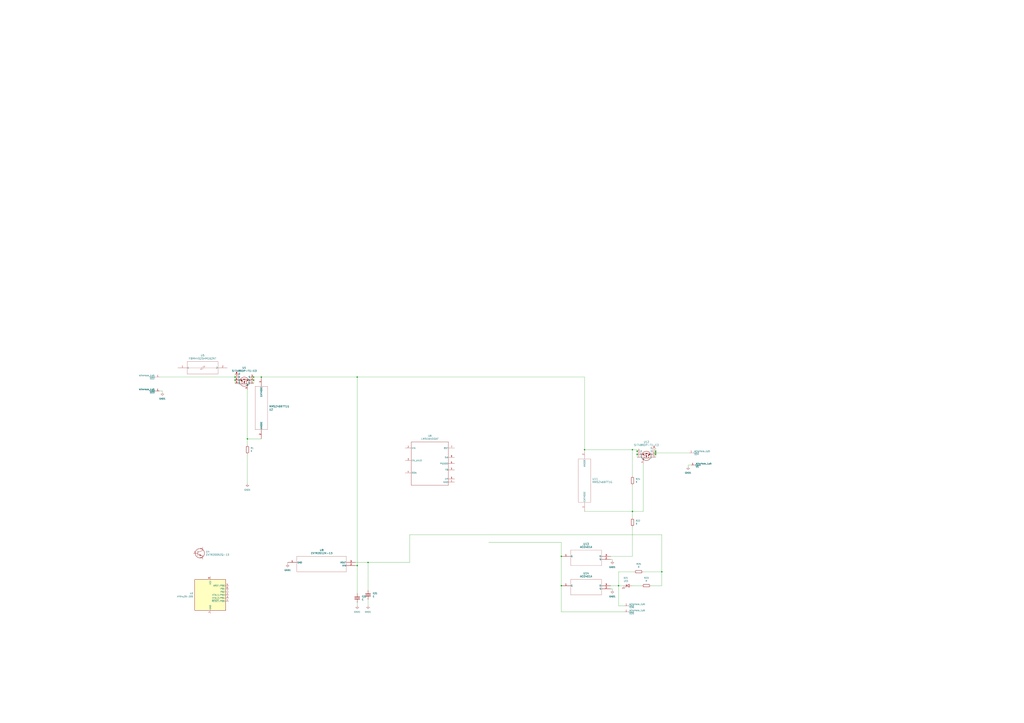
<source format=kicad_sch>
(kicad_sch (version 20230121) (generator eeschema)
  (paper "A1")
  (lib_symbols
    (symbol "AO3401A:AO3401A" (pin_names (offset 0.254))
      (property "Reference" "U" (at 20.32 10.16 0))
      (property "Value" "AO3401A" (at 20.32 7.62 0))
      (symbol "AO3401A_0_1"
        (polyline (pts (xy 7.62 -7.62) (xy 33.02 -7.62)) (stroke (width 0.127)))
        (polyline (pts (xy 7.62 5.08) (xy 7.62 -7.62)) (stroke (width 0.127)))
        (polyline (pts (xy 33.02 -7.62) (xy 33.02 5.08)) (stroke (width 0.127)))
        (polyline (pts (xy 33.02 5.08) (xy 7.62 5.08)) (stroke (width 0.127)))
        (pin unspecified line (at 0 0 0) (length 7.62) (name "G") (number "1"))
        (pin unspecified line (at 40.64 -2.54 180) (length 7.62) (name "S") (number "2"))
        (pin unspecified line (at 40.64 0 180) (length 7.62) (name "D") (number "3"))
      )
    )
    (symbol "Connectors_for_Wire:WireHole_1p5"
      (property "Reference" "D" (at 0 -1.27 0))
      (property "Value" "WireHole_1p5" (at 0 1.27 0))
      (symbol "WireHole_1p5_1_0"
        (pin bidirectional line (at 0 0 0) (length 2.54) (name "Conn") (number "1"))
      )
    )
    (symbol "Device:C" (pin_numbers hide) (pin_names (offset 0.254))
      (property "Reference" "C" (at 0.635 2.54 0))
      (property "Value" "C" (at 0.635 -2.54 0))
      (symbol "C_0_1"
        (polyline (pts (xy -2.032 -0.762) (xy 2.032 -0.762)) (stroke (width 0.508)))
        (polyline (pts (xy -2.032 0.762) (xy 2.032 0.762)) (stroke (width 0.508)))
      )
      (symbol "C_1_1"
        (pin passive line (at 0 3.81 270) (length 2.794) (name "~") (number "1"))
        (pin passive line (at 0 -3.81 90) (length 2.794) (name "~") (number "2"))
      )
    )
    (symbol "Device:LED" (pin_numbers hide) (pin_names (offset 1.016) hide)
      (property "Reference" "D" (at 0 2.54 0))
      (property "Value" "LED" (at 0 -2.54 0))
      (symbol "LED_0_1"
        (polyline (pts (xy -1.27 -1.27) (xy -1.27 1.27)) (stroke (width 0.254)))
        (polyline (pts (xy -1.27 0) (xy 1.27 0)))
        (polyline (pts (xy 1.27 -1.27) (xy 1.27 1.27) (xy -1.27 0) (xy 1.27 -1.27)) (stroke (width 0.254)))
        (polyline (pts (xy -3.048 -0.762) (xy -4.572 -2.286) (xy -3.81 -2.286) (xy -4.572 -2.286) (xy -4.572 -1.524)))
        (polyline (pts (xy -1.778 -0.762) (xy -3.302 -2.286) (xy -2.54 -2.286) (xy -3.302 -2.286) (xy -3.302 -1.524)))
      )
      (symbol "LED_1_1"
        (pin passive line (at -3.81 0 0) (length 2.54) (name "K") (number "1"))
        (pin passive line (at 3.81 0 180) (length 2.54) (name "A") (number "2"))
      )
    )
    (symbol "Device:R" (pin_numbers hide) (pin_names (offset 0))
      (property "Reference" "R" (at 2.032 0 90))
      (property "Value" "R" (at 0 0 90))
      (symbol "R_0_1"
        (rectangle (start -1.016 -2.54) (end 1.016 2.54) (stroke (width 0.254)))
      )
      (symbol "R_1_1"
        (pin passive line (at 0 3.81 270) (length 1.27) (name "~") (number "1"))
        (pin passive line (at 0 -3.81 90) (length 1.27) (name "~") (number "2"))
      )
    )
    (symbol "FBMH4525HM162NT:FBMH4525HM162NT" (pin_names (offset 0.254))
      (property "Reference" "U" (at 20.32 10.16 0))
      (property "Value" "FBMH4525HM162NT" (at 20.32 7.62 0))
      (symbol "FBMH4525HM162NT_0_1"
        (polyline (pts (xy 7.62 -5.08) (xy 33.02 -5.08)) (stroke (width 0.127)))
        (polyline (pts (xy 7.62 0) (xy 19.812 0)) (stroke (width 0.127)))
        (polyline (pts (xy 7.62 5.08) (xy 7.62 -5.08)) (stroke (width 0.127)))
        (polyline (pts (xy 18.542 -1.27) (xy 21.082 1.27)) (stroke (width 0.127)))
        (polyline (pts (xy 19.812 -1.27) (xy 18.542 -1.27)) (stroke (width 0.127)))
        (polyline (pts (xy 21.082 0) (xy 33.02 0)) (stroke (width 0.127)))
        (polyline (pts (xy 22.352 1.27) (xy 19.812 -1.27)) (stroke (width 0.127)))
        (polyline (pts (xy 22.352 1.27) (xy 21.082 1.27)) (stroke (width 0.127)))
        (polyline (pts (xy 33.02 -5.08) (xy 33.02 5.08)) (stroke (width 0.127)))
        (polyline (pts (xy 33.02 5.08) (xy 7.62 5.08)) (stroke (width 0.127)))
        (pin unspecified line (at 0 0 0) (length 7.62) (name "1") (number "1"))
        (pin unspecified line (at 40.64 0 180) (length 7.62) (name "2") (number "2"))
      )
    )
    (symbol "LM5164DDAT:LM5164DDAT" (pin_names (offset 0.254))
      (property "Reference" "U" (at 0 2.54 0))
      (property "Value" "LM5164DDAT" (at 0 0 0))
      (symbol "LM5164DDAT_0_1"
        (polyline (pts (xy 5.08 -30.48) (xy 35.56 -30.48)) (stroke (width 0.2032)))
        (polyline (pts (xy 5.08 5.08) (xy 5.08 -30.48)) (stroke (width 0.2032)))
        (polyline (pts (xy 35.56 -30.48) (xy 35.56 5.08)) (stroke (width 0.2032)))
        (polyline (pts (xy 35.56 5.08) (xy 5.08 5.08)) (stroke (width 0.2032)))
        (pin power_in line (at 40.64 -27.94 180) (length 5.08) (name "GND") (number "1"))
        (pin power_in line (at 0 0 0) (length 5.08) (name "VIN") (number "2"))
        (pin input line (at 0 -10.16 0) (length 5.08) (name "EN_UVLO") (number "3"))
        (pin unspecified line (at 0 -20.32 0) (length 5.08) (name "RON") (number "4"))
        (pin unspecified line (at 40.64 -17.78 180) (length 5.08) (name "FB") (number "5"))
        (pin open_collector line (at 40.64 -12.7 180) (length 5.08) (name "PGOOD") (number "6"))
        (pin unspecified line (at 40.64 0 180) (length 5.08) (name "BST") (number "7"))
        (pin unspecified line (at 40.64 -7.62 180) (length 5.08) (name "SW") (number "8"))
        (pin unspecified line (at 40.64 -25.4 180) (length 5.08) (name "EP") (number "9"))
      )
    )
    (symbol "MCU_Microchip_ATtiny:ATtiny25-20S"
      (property "Reference" "U" (at -12.7 13.97 0))
      (property "Value" "ATtiny25-20S" (at 2.54 -13.97 0))
      (symbol "ATtiny25-20S_0_1"
        (rectangle (start -12.7 -12.7) (end 12.7 12.7) (stroke (width 0.254)) (fill (type background)))
      )
      (symbol "ATtiny25-20S_1_1"
        (pin bidirectional line (at 15.24 -5.08 180) (length 2.54) (name "~{RESET}/PB5") (number "1"))
        (pin bidirectional line (at 15.24 0 180) (length 2.54) (name "XTAL1/PB3") (number "2"))
        (pin bidirectional line (at 15.24 -2.54 180) (length 2.54) (name "XTAL2/PB4") (number "3"))
        (pin power_in line (at 0 -15.24 90) (length 2.54) (name "GND") (number "4"))
        (pin bidirectional line (at 15.24 7.62 180) (length 2.54) (name "AREF/PB0") (number "5"))
        (pin bidirectional line (at 15.24 5.08 180) (length 2.54) (name "PB1") (number "6"))
        (pin bidirectional line (at 15.24 2.54 180) (length 2.54) (name "PB2") (number "7"))
        (pin power_in line (at 0 15.24 270) (length 2.54) (name "VCC") (number "8"))
      )
    )
    (symbol "MMSZ4697T1G:MMSZ4697T1G" (pin_names (offset 0.254))
      (property "Reference" "U" (at 25.4 10.16 0))
      (property "Value" "MMSZ4697T1G" (at 25.4 7.62 0))
      (symbol "MMSZ4697T1G_0_1"
        (polyline (pts (xy 7.62 -5.08) (xy 43.18 -5.08)) (stroke (width 0.127)))
        (polyline (pts (xy 7.62 5.08) (xy 7.62 -5.08)) (stroke (width 0.127)))
        (polyline (pts (xy 43.18 -5.08) (xy 43.18 5.08)) (stroke (width 0.127)))
        (polyline (pts (xy 43.18 5.08) (xy 7.62 5.08)) (stroke (width 0.127)))
        (pin unspecified line (at 0 0 0) (length 7.62) (name "CATHODE") (number "1"))
        (pin unspecified line (at 50.8 0 180) (length 7.62) (name "ANODE") (number "2"))
      )
    )
    (symbol "SI7489DP:SI7489DP-T1-E3" (pin_names (offset 0.254))
      (property "Reference" "U" (at 11.43 -0.635 0))
      (property "Value" "SI7489DP-T1-E3" (at 11.43 -5.08 0))
      (symbol "SI7489DP-T1-E3_0_1"
        (polyline (pts (xy 2.54 0) (xy 4.445 0)) (stroke (width 0.2032)))
        (polyline (pts (xy 4.445 -5.08) (xy 4.445 0)) (stroke (width 0.2032)))
        (polyline (pts (xy 5.08 -7.62) (xy 12.7 -7.62)) (stroke (width 0.127)))
        (polyline (pts (xy 5.08 -5.08) (xy 5.08 -3.81)) (stroke (width 0.2032)))
        (polyline (pts (xy 5.08 -4.445) (xy 6.985 -4.445)) (stroke (width 0.2032)))
        (polyline (pts (xy 5.08 -3.175) (xy 5.08 -1.905)) (stroke (width 0.2032)))
        (polyline (pts (xy 5.08 -1.27) (xy 5.08 0)) (stroke (width 0.2032)))
        (polyline (pts (xy 5.08 -0.635) (xy 6.985 -0.635)) (stroke (width 0.2032)))
        (polyline (pts (xy 5.08 2.54) (xy 10.16 2.54)) (stroke (width 0.127)))
        (polyline (pts (xy 5.715 -2.54) (xy 5.08 -2.54)) (stroke (width 0.2032)))
        (polyline (pts (xy 6.985 -5.08) (xy 8.255 -5.08)) (stroke (width 0.2032)))
        (polyline (pts (xy 6.985 -4.445) (xy 6.985 -5.08)) (stroke (width 0.127)))
        (polyline (pts (xy 6.985 -0.635) (xy 6.985 -2.54)) (stroke (width 0.2032)))
        (polyline (pts (xy 6.985 -0.635) (xy 6.985 0)) (stroke (width 0.2032)))
        (polyline (pts (xy 6.985 0) (xy 8.255 0)) (stroke (width 0.2032)))
        (polyline (pts (xy 7.62 -7.62) (xy 7.62 -5.08)) (stroke (width 0.127)))
        (polyline (pts (xy 7.62 2.54) (xy 7.6454 0)) (stroke (width 0.127)))
        (polyline (pts (xy 8.255 -5.08) (xy 8.255 -3.175)) (stroke (width 0.2032)))
        (polyline (pts (xy 8.255 -1.905) (xy 8.255 0)) (stroke (width 0.2032)))
        (polyline (pts (xy 8.89 -1.905) (xy 7.62 -1.905)) (stroke (width 0.2032)))
        (polyline (pts (xy 5.715 -3.175) (xy 6.985 -2.54) (xy 5.715 -1.905)) (stroke (width 0.0254)) (fill (type outline)))
        (polyline (pts (xy 8.89 -3.175) (xy 7.62 -3.175) (xy 8.255 -1.905)) (stroke (width 0.0254)) (fill (type outline)))
        (circle (center 6.35 -2.54) (radius 3.81) (stroke (width 0.254)))
        (circle (center 6.985 -4.445) (radius 0.0254) (stroke (width 0.508)))
        (circle (center 7.62 -5.08) (radius 0.0254) (stroke (width 0.508)))
        (circle (center 7.62 0) (radius 0.0254) (stroke (width 0.508)))
        (pin unspecified line (at 5.08 5.08 270) (length 2.54) (name "S") (number "1"))
        (pin unspecified line (at 7.62 5.08 270) (length 2.54) (name "S") (number "2"))
        (pin unspecified line (at 10.16 5.08 270) (length 2.54) (name "S") (number "3"))
        (pin unspecified line (at 0 0 0) (length 2.54) (name "G") (number "4"))
        (pin unspecified line (at 5.08 -10.16 90) (length 2.54) (name "D") (number "5"))
        (pin unspecified line (at 7.62 -10.16 90) (length 2.54) (name "D") (number "6"))
        (pin unspecified line (at 10.16 -10.16 90) (length 2.54) (name "D") (number "7"))
        (pin unspecified line (at 12.7 -10.16 90) (length 2.54) (name "D") (number "8"))
      )
    )
    (symbol "ZXTR2005ZQ:ZXTR2005ZQ-13" (pin_names (offset 0.254))
      (property "Reference" "U" (at 10.16 2.54 0))
      (property "Value" "ZXTR2005ZQ-13" (at 10.16 -2.54 0))
      (symbol "ZXTR2005ZQ-13_0_1"
        (polyline (pts (xy 2.54 0) (xy 3.81 0)) (stroke (width 0.2032)))
        (polyline (pts (xy 3.81 -2.2098) (xy 3.81 2.2098)) (stroke (width 0.2032)))
        (polyline (pts (xy 3.81 -0.9398) (xy 7.62 -2.2098)) (stroke (width 0.2032)))
        (polyline (pts (xy 3.81 0.9398) (xy 7.62 2.2098)) (stroke (width 0.2032)))
        (polyline (pts (xy 7.62 -2.54) (xy 7.62 -2.2098)) (stroke (width 0.2032)))
        (polyline (pts (xy 7.62 2.2098) (xy 7.62 2.54)) (stroke (width 0.2032)))
        (polyline (pts (xy 5.3848 -0.9398) (xy 5.08 -1.905) (xy 6.6548 -1.905)) (stroke (width 0.0254)) (fill (type outline)))
        (circle (center 5.3848 0) (radius 3.81) (stroke (width 0.254)))
        (pin unspecified line (at 0 0 0) (length 2.54) (name "") (number "1"))
        (pin unspecified line (at 7.62 5.08 270) (length 2.54) (name "") (number "2"))
        (pin unspecified line (at 7.62 -5.08 90) (length 2.54) (name "") (number "3"))
      )
    )
    (symbol "ZXTR2012K:ZXTR2012K-13" (pin_names (offset 0.254))
      (property "Reference" "U" (at 27.94 10.16 0))
      (property "Value" "ZXTR2012K-13" (at 27.94 7.62 0))
      (symbol "ZXTR2012K-13_0_1"
        (polyline (pts (xy 7.62 -7.62) (xy 48.26 -7.62)) (stroke (width 0.127)))
        (polyline (pts (xy 7.62 5.08) (xy 7.62 -7.62)) (stroke (width 0.127)))
        (polyline (pts (xy 48.26 -7.62) (xy 48.26 5.08)) (stroke (width 0.127)))
        (polyline (pts (xy 48.26 5.08) (xy 7.62 5.08)) (stroke (width 0.127)))
        (pin power_in line (at 0 0 0) (length 7.62) (name "GND") (number "1"))
        (pin input line (at 55.88 -2.54 180) (length 7.62) (name "VIN") (number "2"))
        (pin output line (at 55.88 0 180) (length 7.62) (name "VOUT") (number "3"))
      )
    )
    (symbol "power:GND1" (power) (pin_names (offset 0))
      (property "Value" "GND1" (at 0 -3.81 0))
      (symbol "GND1_0_1"
        (polyline (pts (xy 0 0) (xy 0 -1.27) (xy 1.27 -1.27) (xy 0 -2.54) (xy -1.27 -1.27) (xy 0 -1.27)))
      )
      (symbol "GND1_1_1"
        (pin power_in line (at 0 0 270) (length 0) hide (name "GND1") (number "1"))
      )
    )
  )
  (junction (at 208.28 312.42))
  (junction (at 543.56 469.9))
  (junction (at 461.01 481.33))
  (junction (at 523.24 373.38))
  (junction (at 519.43 420.37))
  (junction (at 193.04 309.88))
  (junction (at 538.48 370.84))
  (junction (at 508 481.33))
  (junction (at 302.26 462.28))
  (junction (at 208.28 309.88))
  (junction (at 193.04 312.42))
  (junction (at 293.37 464.82))
  (junction (at 293.37 309.88))
  (junction (at 214.63 309.88))
  (junction (at 461.01 457.2))
  (junction (at 538.48 373.38))
  (junction (at 203.2 360.68))
  (junction (at 480.06 369.57))
  (junction (at 523.24 370.84))
  (junction (at 538.48 372.11))
  (junction (at 519.43 369.57))
  (wire (pts (xy 523.24 373.38) (xy 523.24 375.92)))
  (wire (pts (xy 519.43 369.57) (xy 519.43 391.16)))
  (wire (pts (xy 336.55 439.42) (xy 543.56 439.42)))
  (wire (pts (xy 501.65 457.2) (xy 519.43 457.2)))
  (wire (pts (xy 538.48 368.3) (xy 538.48 370.84)))
  (wire (pts (xy 293.37 464.82) (xy 292.1 464.82)))
  (wire (pts (xy 538.48 370.84) (xy 538.48 372.11)))
  (wire (pts (xy 513.08 497.84) (xy 508 497.84)))
  (wire (pts (xy 293.37 309.88) (xy 293.37 464.82)))
  (wire (pts (xy 519.43 369.57) (xy 523.24 369.57)))
  (wire (pts (xy 208.28 309.88) (xy 208.28 312.42)))
  (wire (pts (xy 214.63 309.88) (xy 293.37 309.88)))
  (wire (pts (xy 302.26 462.28) (xy 292.1 462.28)))
  (wire (pts (xy 302.26 485.14) (xy 302.26 462.28)))
  (wire (pts (xy 133.35 321.31) (xy 133.35 322.58)))
  (wire (pts (xy 130.81 321.31) (xy 133.35 321.31)))
  (wire (pts (xy 480.06 420.37) (xy 519.43 420.37)))
  (wire (pts (xy 203.2 360.68) (xy 214.63 360.68)))
  (wire (pts (xy 528.32 420.37) (xy 528.32 381)))
  (wire (pts (xy 501.65 483.87) (xy 502.92 483.87)))
  (wire (pts (xy 302.26 492.76) (xy 302.26 497.84)))
  (wire (pts (xy 401.32 445.77) (xy 461.01 445.77)))
  (wire (pts (xy 480.06 369.57) (xy 519.43 369.57)))
  (wire (pts (xy 528.32 469.9) (xy 543.56 469.9)))
  (wire (pts (xy 293.37 309.88) (xy 480.06 309.88)))
  (wire (pts (xy 508 481.33) (xy 511.81 481.33)))
  (wire (pts (xy 501.65 481.33) (xy 508 481.33)))
  (wire (pts (xy 519.43 398.78) (xy 519.43 420.37)))
  (wire (pts (xy 203.2 373.38) (xy 203.2 397.51)))
  (wire (pts (xy 534.67 481.33) (xy 543.56 481.33)))
  (wire (pts (xy 538.48 373.38) (xy 538.48 375.92)))
  (wire (pts (xy 461.01 502.92) (xy 461.01 481.33)))
  (wire (pts (xy 193.04 307.34) (xy 193.04 309.88)))
  (wire (pts (xy 538.48 372.11) (xy 538.48 373.38)))
  (wire (pts (xy 193.04 309.88) (xy 193.04 312.42)))
  (wire (pts (xy 502.92 483.87) (xy 502.92 485.14)))
  (wire (pts (xy 203.2 320.04) (xy 203.2 360.68)))
  (wire (pts (xy 523.24 369.57) (xy 523.24 370.84)))
  (wire (pts (xy 193.04 309.88) (xy 130.81 309.88)))
  (wire (pts (xy 519.43 481.33) (xy 527.05 481.33)))
  (wire (pts (xy 208.28 312.42) (xy 208.28 314.96)))
  (wire (pts (xy 336.55 462.28) (xy 336.55 439.42)))
  (wire (pts (xy 193.04 312.42) (xy 193.04 314.96)))
  (wire (pts (xy 543.56 469.9) (xy 543.56 439.42)))
  (wire (pts (xy 480.06 309.88) (xy 480.06 369.57)))
  (wire (pts (xy 502.92 459.74) (xy 502.92 461.01)))
  (wire (pts (xy 519.43 433.07) (xy 519.43 457.2)))
  (wire (pts (xy 538.48 372.11) (xy 566.42 372.11)))
  (wire (pts (xy 203.2 360.68) (xy 203.2 365.76)))
  (wire (pts (xy 567.69 382.27) (xy 565.15 382.27)))
  (wire (pts (xy 236.22 462.28) (xy 236.22 463.55)))
  (wire (pts (xy 565.15 382.27) (xy 565.15 383.54)))
  (wire (pts (xy 513.08 502.92) (xy 461.01 502.92)))
  (wire (pts (xy 519.43 420.37) (xy 528.32 420.37)))
  (wire (pts (xy 461.01 445.77) (xy 461.01 457.2)))
  (wire (pts (xy 523.24 370.84) (xy 523.24 373.38)))
  (wire (pts (xy 302.26 462.28) (xy 336.55 462.28)))
  (wire (pts (xy 508 481.33) (xy 508 497.84)))
  (wire (pts (xy 293.37 495.3) (xy 293.37 497.84)))
  (wire (pts (xy 501.65 459.74) (xy 502.92 459.74)))
  (wire (pts (xy 543.56 481.33) (xy 543.56 469.9)))
  (wire (pts (xy 520.7 469.9) (xy 508 469.9)))
  (wire (pts (xy 461.01 457.2) (xy 461.01 481.33)))
  (wire (pts (xy 519.43 420.37) (xy 519.43 425.45)))
  (wire (pts (xy 508 469.9) (xy 508 481.33)))
  (wire (pts (xy 208.28 309.88) (xy 214.63 309.88)))
  (wire (pts (xy 293.37 464.82) (xy 293.37 487.68)))
  (symbol (lib_id "AO3401A:AO3401A") (at 461.01 457.2 0) (unit 1)
    (property "Reference" "U13" (at 481.33 447.04 0) (effects (font (size 1.524 1.524))))
    (property "Value" "AO3401A" (at 481.33 449.58 0) (effects (font (size 1.524 1.524))))
    (property "Footprint" "ul_AO3401A:SOT-23-3L_AOS" (effects hide))
    (property "Datasheet" "AO3401A" (effects hide))
  )
  (symbol (lib_id "Device:R") (at 530.86 481.33 90) (unit 1)
    (property "Reference" "R23" (at 530.86 474.98 90))
    (property "Value" "R" (at 530.86 477.52 90))
    (property "Footprint" "Resistor_SMD:R_0603_1608Metric_Pad0.98x0.95mm_HandSolder" (effects hide))
  )
  (symbol (lib_id "Device:C") (at 293.37 491.49 0) (unit 1)
    (property "Reference" "C22" (at 297.18 490.22 0) (effects (justify left)))
    (property "Value" "C" (at 297.18 492.76 0) (effects (justify left)))
    (property "Footprint" "Capacitor_SMD:C_0603_1608Metric_Pad1.08x0.95mm_HandSolder" (effects hide))
  )
  (symbol (lib_id "MMSZ4697T1G:MMSZ4697T1G") (at 214.63 309.88 90) (mirror x) (unit 1)
    (property "Reference" "U2" (at 220.98 336.55 90) (effects (font (size 1.524 1.524)) (justify right)))
    (property "Value" "MMSZ4697T1G" (at 220.98 334.01 90) (effects (font (size 1.524 1.524)) (justify right)))
    (property "Footprint" "ul_MMSZ4697T1G:SOD-123_ONS" (effects hide))
    (property "Datasheet" "MMSZ4697T1G" (effects hide))
  )
  (symbol (lib_id "Device:R") (at 203.2 369.57 0) (unit 1)
    (property "Reference" "R1" (at 205.74 368.3 0) (effects (justify left)))
    (property "Value" "R" (at 205.74 370.84 0) (effects (justify left)))
    (property "Footprint" "Resistor_SMD:R_0603_1608Metric_Pad0.98x0.95mm_HandSolder" (effects hide))
  )
  (symbol (lib_id "power:GND1") (at 236.22 463.55 0) (unit 1)
    (property "Reference" "#PWR01" (effects hide))
    (property "Value" "GND1" (at 236.22 468.63 0))
  )
  (symbol (lib_id "Device:R") (at 519.43 429.26 0) (unit 1)
    (property "Reference" "R22" (at 521.97 427.99 0) (effects (justify left)))
    (property "Value" "R" (at 521.97 430.53 0) (effects (justify left)))
    (property "Footprint" "Resistor_SMD:R_0603_1608Metric_Pad0.98x0.95mm_HandSolder" (effects hide))
  )
  (symbol (lib_id "Connectors_for_Wire:WireHole_1p5") (at 567.69 382.27 0) (mirror x) (unit 1)
    (property "Reference" "D1" (at 571.5 383.5401 0) (effects (justify left)))
    (property "Value" "WireHole_1p5" (at 571.5 381.0001 0) (effects (justify left)))
    (property "Footprint" "Wire_holes:WireHole_1p2" (effects hide))
  )
  (symbol (lib_id "Connectors_for_Wire:WireHole_1p5") (at 513.08 502.92 0) (mirror x) (unit 1)
    (property "Reference" "D25" (at 516.89 504.1901 0) (effects (justify left)))
    (property "Value" "WireHole_1p5" (at 516.89 501.6501 0) (effects (justify left)))
    (property "Footprint" "Wire_holes:WireHole_1p2" (effects hide))
  )
  (symbol (lib_id "MMSZ4697T1G:MMSZ4697T1G") (at 480.06 420.37 90) (unit 1)
    (property "Reference" "U11" (at 486.41 393.7 90) (effects (font (size 1.524 1.524)) (justify right)))
    (property "Value" "MMSZ4697T1G" (at 486.41 396.24 90) (effects (font (size 1.524 1.524)) (justify right)))
    (property "Footprint" "ul_MMSZ4697T1G:SOD-123_ONS" (effects hide))
    (property "Datasheet" "MMSZ4697T1G" (effects hide))
  )
  (symbol (lib_id "Connectors_for_Wire:WireHole_1p5") (at 130.81 309.88 180) (unit 1)
    (property "Reference" "D22" (at 127 311.1501 0) (effects (justify left)))
    (property "Value" "WireHole_1p5" (at 127 308.6101 0) (effects (justify left)))
    (property "Footprint" "Wire_holes:WireHole_1p2" (effects hide))
  )
  (symbol (lib_id "power:GND1") (at 502.92 485.14 0) (mirror y) (unit 1)
    (property "Reference" "#PWR011" (effects hide))
    (property "Value" "GND1" (at 502.92 490.22 0))
  )
  (symbol (lib_id "Device:R") (at 519.43 394.97 0) (unit 1)
    (property "Reference" "R24" (at 521.97 393.7 0) (effects (justify left)))
    (property "Value" "R" (at 521.97 396.24 0) (effects (justify left)))
    (property "Footprint" "Resistor_SMD:R_0603_1608Metric_Pad0.98x0.95mm_HandSolder" (effects hide))
  )
  (symbol (lib_id "LM5164DDAT:LM5164DDAT") (at 332.74 368.3 0) (unit 1)
    (property "Reference" "U6" (at 353.06 358.14 0) (effects (font (size 1.524 1.524))))
    (property "Value" "LM5164DDAT" (at 353.06 360.68 0) (effects (font (size 1.524 1.524))))
    (property "Footprint" "DDA0008E-IPC_A" (effects hide))
    (property "Datasheet" "LM5164DDAT" (effects hide))
  )
  (symbol (lib_id "power:GND1") (at 203.2 397.51 0) (unit 1)
    (property "Reference" "#PWR02" (effects hide))
    (property "Value" "GND1" (at 203.2 402.59 0))
  )
  (symbol (lib_id "SI7489DP:SI7489DP-T1-E3") (at 528.32 381 90) (unit 1)
    (property "Reference" "U12" (at 530.86 363.22 90) (effects (font (size 1.524 1.524))))
    (property "Value" "SI7489DP-T1-E3" (at 530.86 365.76 90) (effects (font (size 1.524 1.524))))
    (property "Footprint" "ul_SI7489DP-T1-E3:MOSFET_65DP-T1-E3_VIS" (effects hide))
    (property "Datasheet" "SI7489DP-T1-E3" (effects hide))
  )
  (symbol (lib_id "FBMH4525HM162NT:FBMH4525HM162NT") (at 146.05 302.26 0) (unit 1)
    (property "Reference" "U5" (at 166.37 292.1 0) (effects (font (size 1.524 1.524))))
    (property "Value" "FBMH4525HM162NT" (at 166.37 294.64 0) (effects (font (size 1.524 1.524))))
    (property "Footprint" "FBMH4525HM162NT_TAY" (effects hide))
    (property "Datasheet" "FBMH4525HM162NT" (effects hide))
  )
  (symbol (lib_id "power:GND1") (at 502.92 461.01 0) (mirror y) (unit 1)
    (property "Reference" "#PWR010" (effects hide))
    (property "Value" "GND1" (at 502.92 466.09 0))
  )
  (symbol (lib_id "power:GND1") (at 293.37 497.84 0) (unit 1)
    (property "Reference" "#PWR04" (effects hide))
    (property "Value" "GND1" (at 293.37 502.92 0))
  )
  (symbol (lib_id "ZXTR2012K:ZXTR2012K-13") (at 236.22 462.28 0) (unit 1)
    (property "Reference" "U8" (at 264.16 452.12 0) (effects (font (size 1.524 1.524))))
    (property "Value" "ZXTR2012K-13" (at 264.16 454.66 0) (effects (font (size 1.524 1.524))))
    (property "Footprint" "ul_ZXTR2012K-13:TO252-3L_DIO" (effects hide))
    (property "Datasheet" "ZXTR2012K-13" (effects hide))
  )
  (symbol (lib_id "Connectors_for_Wire:WireHole_1p5") (at 513.08 497.84 0) (mirror x) (unit 1)
    (property "Reference" "D26" (at 516.89 499.1101 0) (effects (justify left)))
    (property "Value" "WireHole_1p5" (at 516.89 496.5701 0) (effects (justify left)))
    (property "Footprint" "Wire_holes:WireHole_1p2" (effects hide))
  )
  (symbol (lib_id "Connectors_for_Wire:WireHole_1p5") (at 130.81 321.31 180) (unit 1)
    (property "Reference" "D23" (at 127 322.5801 0) (effects (justify left)))
    (property "Value" "WireHole_1p5" (at 127 320.0401 0) (effects (justify left)))
    (property "Footprint" "Wire_holes:WireHole_1p2" (effects hide))
  )
  (symbol (lib_id "power:GND1") (at 302.26 497.84 0) (unit 1)
    (property "Reference" "#PWR05" (effects hide))
    (property "Value" "GND1" (at 302.26 502.92 0))
  )
  (symbol (lib_id "SI7489DP:SI7489DP-T1-E3") (at 203.2 320.04 270) (mirror x) (unit 1)
    (property "Reference" "U1" (at 200.66 302.26 90) (effects (font (size 1.524 1.524))))
    (property "Value" "SI7489DP-T1-E3" (at 200.66 304.8 90) (effects (font (size 1.524 1.524))))
    (property "Footprint" "ul_SI7489DP-T1-E3:MOSFET_65DP-T1-E3_VIS" (effects hide))
    (property "Datasheet" "SI7489DP-T1-E3" (effects hide))
  )
  (symbol (lib_id "Connectors_for_Wire:WireHole_1p5") (at 566.42 372.11 0) (mirror x) (unit 1)
    (property "Reference" "D24" (at 570.23 373.3801 0) (effects (justify left)))
    (property "Value" "WireHole_1p5" (at 570.23 370.8401 0) (effects (justify left)))
    (property "Footprint" "Wire_holes:WireHole_1p2" (effects hide))
  )
  (symbol (lib_id "AO3401A:AO3401A") (at 461.01 481.33 0) (unit 1)
    (property "Reference" "U14" (at 481.33 471.17 0) (effects (font (size 1.524 1.524))))
    (property "Value" "AO3401A" (at 481.33 473.71 0) (effects (font (size 1.524 1.524))))
    (property "Footprint" "ul_AO3401A:SOT-23-3L_AOS" (effects hide))
    (property "Datasheet" "AO3401A" (effects hide))
  )
  (symbol (lib_id "power:GND1") (at 133.35 322.58 0) (unit 1)
    (property "Reference" "#PWR09" (effects hide))
    (property "Value" "GND1" (at 133.35 327.66 0))
  )
  (symbol (lib_id "ZXTR2005ZQ:ZXTR2005ZQ-13") (at 158.75 454.66 0) (unit 1)
    (property "Reference" "U4" (at 168.91 453.39 0) (effects (font (size 1.524 1.524)) (justify left)))
    (property "Value" "ZXTR2005ZQ-13" (at 168.91 455.93 0) (effects (font (size 1.524 1.524)) (justify left)))
    (property "Footprint" "SOT-89_4P5X2P45_DIO" (effects hide))
    (property "Datasheet" "ZXTR2005ZQ-13" (effects hide))
  )
  (symbol (lib_id "Device:R") (at 524.51 469.9 90) (unit 1)
    (property "Reference" "R25" (at 524.51 463.55 90))
    (property "Value" "R" (at 524.51 466.09 90))
    (property "Footprint" "Resistor_SMD:R_0603_1608Metric_Pad0.98x0.95mm_HandSolder" (effects hide))
  )
  (symbol (lib_id "power:GND1") (at 565.15 383.54 0) (mirror y) (unit 1)
    (property "Reference" "#PWR03" (effects hide))
    (property "Value" "GND1" (at 565.15 388.62 0))
  )
  (symbol (lib_id "MCU_Microchip_ATtiny:ATtiny25-20S") (at 172.72 488.95 0) (unit 1)
    (property "Reference" "U3" (at 158.75 487.68 0) (effects (justify right)))
    (property "Value" "ATtiny25-20S" (at 158.75 490.22 0) (effects (justify right)))
    (property "Footprint" "Package_SO:SOIC-8W_5.3x5.3mm_P1.27mm" (effects hide))
    (property "Datasheet" "http://ww1.microchip.com/downloads/en/DeviceDoc/atmel-2586-avr-8-bit-microcontroller-attiny25-attiny45-attiny85_datasheet.pdf" (effects hide))
  )
  (symbol (lib_id "Device:LED") (at 515.62 481.33 0) (unit 1)
    (property "Reference" "D21" (at 514.0325 474.98 0))
    (property "Value" "LED" (at 514.0325 477.52 0))
    (property "Footprint" "LED_SMD:LED_0603_1608Metric_Pad1.05x0.95mm_HandSolder" (effects hide))
  )
  (symbol (lib_id "Device:C") (at 302.26 488.95 0) (unit 1)
    (property "Reference" "C21" (at 306.07 487.68 0) (effects (justify left)))
    (property "Value" "C" (at 306.07 490.22 0) (effects (justify left)))
    (property "Footprint" "Capacitor_SMD:C_0603_1608Metric_Pad1.08x0.95mm_HandSolder" (effects hide))
  )
)
</source>
